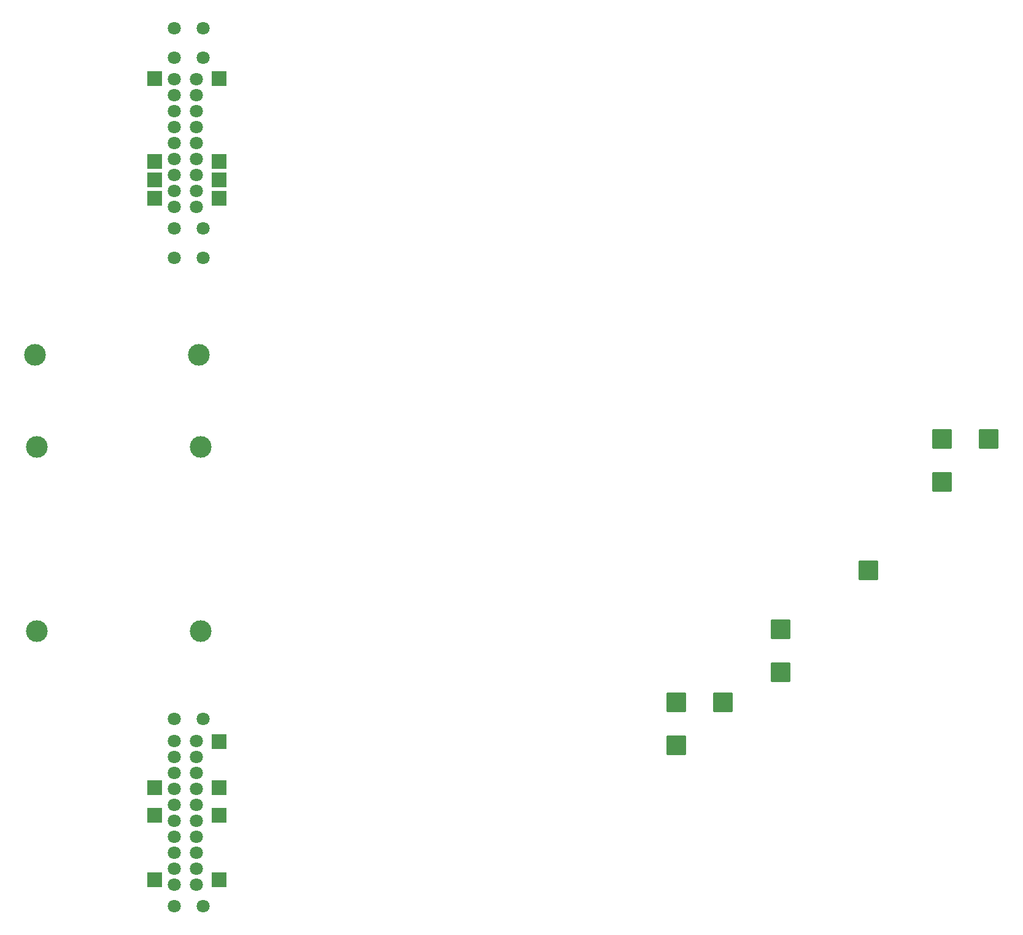
<source format=gbr>
%TF.GenerationSoftware,KiCad,Pcbnew,6.0.4-6f826c9f35~116~ubuntu20.04.1*%
%TF.CreationDate,2022-04-24T17:32:18+02:00*%
%TF.ProjectId,IndegoMower,496e6465-676f-44d6-9f77-65722e6b6963,rev?*%
%TF.SameCoordinates,Original*%
%TF.FileFunction,Copper,L2,Bot*%
%TF.FilePolarity,Positive*%
%FSLAX46Y46*%
G04 Gerber Fmt 4.6, Leading zero omitted, Abs format (unit mm)*
G04 Created by KiCad (PCBNEW 6.0.4-6f826c9f35~116~ubuntu20.04.1) date 2022-04-24 17:32:18*
%MOMM*%
%LPD*%
G01*
G04 APERTURE LIST*
G04 Aperture macros list*
%AMRoundRect*
0 Rectangle with rounded corners*
0 $1 Rounding radius*
0 $2 $3 $4 $5 $6 $7 $8 $9 X,Y pos of 4 corners*
0 Add a 4 corners polygon primitive as box body*
4,1,4,$2,$3,$4,$5,$6,$7,$8,$9,$2,$3,0*
0 Add four circle primitives for the rounded corners*
1,1,$1+$1,$2,$3*
1,1,$1+$1,$4,$5*
1,1,$1+$1,$6,$7*
1,1,$1+$1,$8,$9*
0 Add four rect primitives between the rounded corners*
20,1,$1+$1,$2,$3,$4,$5,0*
20,1,$1+$1,$4,$5,$6,$7,0*
20,1,$1+$1,$6,$7,$8,$9,0*
20,1,$1+$1,$8,$9,$2,$3,0*%
G04 Aperture macros list end*
%TA.AperFunction,ComponentPad*%
%ADD10C,1.800000*%
%TD*%
%TA.AperFunction,ComponentPad*%
%ADD11RoundRect,0.250001X-0.799999X-0.799999X0.799999X-0.799999X0.799999X0.799999X-0.799999X0.799999X0*%
%TD*%
%TA.AperFunction,ComponentPad*%
%ADD12RoundRect,0.250000X-1.125000X-1.125000X1.125000X-1.125000X1.125000X1.125000X-1.125000X1.125000X0*%
%TD*%
%TA.AperFunction,ComponentPad*%
%ADD13C,3.000000*%
%TD*%
G04 APERTURE END LIST*
D10*
%TO.P,U2,P$2,P$1*%
%TO.N,Net-(F_CHARGE1-Pad1)*%
X42060000Y-164560000D03*
%TO.P,U2,P$3,P$2*%
%TO.N,GNDPWR*%
X46060000Y-164560000D03*
%TO.P,U2,P$4,P$3*%
%TO.N,BUZZER*%
X42060000Y-167560000D03*
%TO.P,U2,P$5,P$4*%
%TO.N,Net-(J_B1-Pad1)*%
X45060000Y-167560000D03*
%TO.P,U2,P$6,P$5*%
%TO.N,BUMPER_BACK*%
X42060000Y-169760000D03*
%TO.P,U2,P$7,P$6*%
%TO.N,BUMPER_LEFT*%
X45060000Y-169760000D03*
%TO.P,U2,P$8,P$7*%
%TO.N,BUMPER_FRONT*%
X42060000Y-171960000D03*
%TO.P,U2,P$9,P$8*%
%TO.N,BUMPER_RIGHt*%
X45060000Y-171960000D03*
%TO.P,U2,P$10,P$9*%
%TO.N,Net-(J_B2-Pad1)*%
X42060000Y-174160000D03*
%TO.P,U2,P$11,P$10*%
%TO.N,Net-(J_B3-Pad1)*%
X45060000Y-174160000D03*
%TO.P,U2,P$12,P$11*%
%TO.N,COIL_YELLOW*%
X42060000Y-176360000D03*
%TO.P,U2,P$13,P$12*%
%TO.N,COIL_BLUE*%
X45060000Y-176360000D03*
%TO.P,U2,P$14,P$13*%
%TO.N,Net-(J_B4-Pad1)*%
X42060000Y-178560000D03*
%TO.P,U2,P$15,P$14*%
%TO.N,Net-(J_B5-Pad1)*%
X45060000Y-178560000D03*
%TO.P,U2,P$16,P$15*%
%TO.N,CONTACT_L*%
X42060000Y-180760000D03*
%TO.P,U2,P$17,P$16*%
%TO.N,CONTACT_R*%
X45060000Y-180760000D03*
%TO.P,U2,P$18,P$17*%
%TO.N,STOPSW_1*%
X42060000Y-182960000D03*
%TO.P,U2,P$19,P$18*%
%TO.N,STOPSW_2*%
X45060000Y-182960000D03*
%TO.P,U2,P$20,P$19*%
%TO.N,U5SW*%
X42060000Y-185160000D03*
%TO.P,U2,P$21,P$20*%
%TO.N,GNDD*%
X45060000Y-185160000D03*
%TO.P,U2,P$22,P$21*%
%TO.N,Net-(J_B6-Pad1)*%
X42060000Y-187360000D03*
%TO.P,U2,P$23,P$22*%
%TO.N,Net-(J_B7-Pad1)*%
X45060000Y-187360000D03*
%TO.P,U2,P$24,P$23*%
%TO.N,MM_P*%
X42060000Y-190360000D03*
%TO.P,U2,P$25,P$24*%
%TO.N,MM_N*%
X46060000Y-190360000D03*
%TD*%
%TO.P,U1,P$2,P$1*%
%TO.N,MR_P*%
X42060000Y-69310000D03*
%TO.P,U1,P$3,P$2*%
%TO.N,MR_N*%
X46060000Y-69310000D03*
%TO.P,U1,P$4,P$3*%
%TO.N,ML_P*%
X42060000Y-73310000D03*
%TO.P,U1,P$5,P$4*%
%TO.N,ML_N*%
X46060000Y-73310000D03*
%TO.P,U1,P$6,P$5*%
%TO.N,Net-(J_A1-Pad1)*%
X42060000Y-76310000D03*
%TO.P,U1,P$7,P$6*%
%TO.N,Net-(J_A2-Pad1)*%
X45060000Y-76310000D03*
%TO.P,U1,P$8,P$7*%
%TO.N,GNDD*%
X42060000Y-78510000D03*
%TO.P,U1,P$9,P$8*%
%TO.N,U5SW*%
X45060000Y-78510000D03*
%TO.P,U1,P$10,P$9*%
%TO.N,SIG1*%
X42060000Y-80710000D03*
%TO.P,U1,P$11,P$10*%
%TO.N,SIG2*%
X45060000Y-80710000D03*
%TO.P,U1,P$12,P$11*%
%TO.N,QUAD_L*%
X42060000Y-82910000D03*
%TO.P,U1,P$13,P$12*%
%TO.N,A12_YELLOW*%
X45060000Y-82910000D03*
%TO.P,U1,P$14,P$13*%
%TO.N,A13_BLACK*%
X42060000Y-85110000D03*
%TO.P,U1,P$15,P$14*%
%TO.N,A14_RED*%
X45060000Y-85110000D03*
%TO.P,U1,P$16,P$15*%
%TO.N,Net-(J_A3-Pad1)*%
X42060000Y-87310000D03*
%TO.P,U1,P$17,P$16*%
%TO.N,Net-(J_A4-Pad1)*%
X45060000Y-87310000D03*
%TO.P,U1,P$18,P$17*%
%TO.N,Net-(J_A5-Pad1)*%
X42060000Y-89510000D03*
%TO.P,U1,P$19,P$18*%
%TO.N,Net-(J_A6-Pad1)*%
X45060000Y-89510000D03*
%TO.P,U1,P$20,P$19*%
%TO.N,Net-(J_A7-Pad1)*%
X42060000Y-91710000D03*
%TO.P,U1,P$21,P$20*%
%TO.N,Net-(J_A8-Pad1)*%
X45060000Y-91710000D03*
%TO.P,U1,P$22,P$21*%
%TO.N,MAIN_BAT_SENSOR*%
X42060000Y-93910000D03*
%TO.P,U1,P$23,P$22*%
%TO.N,SEC_BAT_SENSOR*%
X45060000Y-93910000D03*
%TO.P,U1,P$24,P$23*%
%TO.N,GNDPWR*%
X42060000Y-96910000D03*
%TO.P,U1,P$25,P$24*%
X46060000Y-96910000D03*
%TO.P,U1,P$26,P$25*%
%TO.N,Net-(F_MAIN1-Pad1)*%
X42060000Y-100910000D03*
%TO.P,U1,P$27,P$26*%
%TO.N,Net-(F_SEC1-Pad1)*%
X46060000Y-100910000D03*
%TD*%
D11*
%TO.P,J_B7,1,Pin_1*%
%TO.N,Net-(J_B7-Pad1)*%
X48260000Y-186690000D03*
%TD*%
%TO.P,J_B6,1,Pin_1*%
%TO.N,Net-(J_B6-Pad1)*%
X39370000Y-186690000D03*
%TD*%
%TO.P,J_B5,1,Pin_1*%
%TO.N,Net-(J_B5-Pad1)*%
X48260000Y-177800000D03*
%TD*%
%TO.P,J_B4,1,Pin_1*%
%TO.N,Net-(J_B4-Pad1)*%
X39370000Y-177800000D03*
%TD*%
%TO.P,J_B3,1,Pin_1*%
%TO.N,Net-(J_B3-Pad1)*%
X48260000Y-173990000D03*
%TD*%
%TO.P,J_B2,1,Pin_1*%
%TO.N,Net-(J_B2-Pad1)*%
X39370000Y-173990000D03*
%TD*%
%TO.P,J_B1,1,Pin_1*%
%TO.N,Net-(J_B1-Pad1)*%
X48260000Y-167640000D03*
%TD*%
%TO.P,J_A8,1,Pin_1*%
%TO.N,Net-(J_A8-Pad1)*%
X48260000Y-92710000D03*
%TD*%
%TO.P,J_A7,1,Pin_1*%
%TO.N,Net-(J_A7-Pad1)*%
X39370000Y-92710000D03*
%TD*%
%TO.P,J_A6,1,Pin_1*%
%TO.N,Net-(J_A6-Pad1)*%
X48260000Y-90170000D03*
%TD*%
%TO.P,J_A5,1,Pin_1*%
%TO.N,Net-(J_A5-Pad1)*%
X39370000Y-90170000D03*
%TD*%
%TO.P,J_A4,1,Pin_1*%
%TO.N,Net-(J_A4-Pad1)*%
X48260000Y-87630000D03*
%TD*%
%TO.P,J_A3,1,Pin_1*%
%TO.N,Net-(J_A3-Pad1)*%
X39370000Y-87630000D03*
%TD*%
%TO.P,J_A2,1,Pin_1*%
%TO.N,Net-(J_A2-Pad1)*%
X48260000Y-76200000D03*
%TD*%
%TO.P,J_A1,1,Pin_1*%
%TO.N,Net-(J_A1-Pad1)*%
X39370000Y-76200000D03*
%TD*%
D12*
%TO.P,J_U3_OUT1,1,Pin_1*%
%TO.N,U_DRIVE_SW*%
X111270000Y-162230000D03*
%TD*%
%TO.P,J_U3_IN1,1,Pin_1*%
%TO.N,U_BAT_SW*%
X125690000Y-152130000D03*
%TD*%
%TO.P,J_U3_GNDOUT1,1,Pin_1*%
%TO.N,GNDPWR*%
X154390000Y-125930000D03*
%TD*%
%TO.P,J_U3_GNDIN1,1,Pin_1*%
%TO.N,GNDPWR*%
X125690000Y-158080000D03*
%TD*%
%TO.P,J_B12,1,Pin_1*%
%TO.N,VCC*%
X117720000Y-162230000D03*
%TD*%
%TO.P,J_B11,1,Pin_1*%
%TO.N,Net-(C5-Pad1)*%
X147940000Y-125930000D03*
%TD*%
%TO.P,J_B10,1,Pin_1*%
%TO.N,GNDPWR*%
X137840000Y-144080000D03*
%TD*%
%TO.P,J_B9,1,Pin_1*%
%TO.N,GNDPWR*%
X147940000Y-131880000D03*
%TD*%
%TO.P,J_B8,1,Pin_1*%
%TO.N,Net-(JP1-Pad2)*%
X111270000Y-168180000D03*
%TD*%
D13*
%TO.P,F_SEC1,1*%
%TO.N,Net-(F_SEC1-Pad1)*%
X23120000Y-127000000D03*
%TO.P,F_SEC1,2*%
%TO.N,UB*%
X45720000Y-127000000D03*
%TD*%
%TO.P,F_MAIN1,1*%
%TO.N,Net-(F_MAIN1-Pad1)*%
X22860000Y-114300000D03*
%TO.P,F_MAIN1,2*%
%TO.N,UB*%
X45460000Y-114300000D03*
%TD*%
%TO.P,F_CHARGE1,1*%
%TO.N,Net-(F_CHARGE1-Pad1)*%
X23120000Y-152400000D03*
%TO.P,F_CHARGE1,2*%
%TO.N,U_CHARGE*%
X45720000Y-152400000D03*
%TD*%
M02*

</source>
